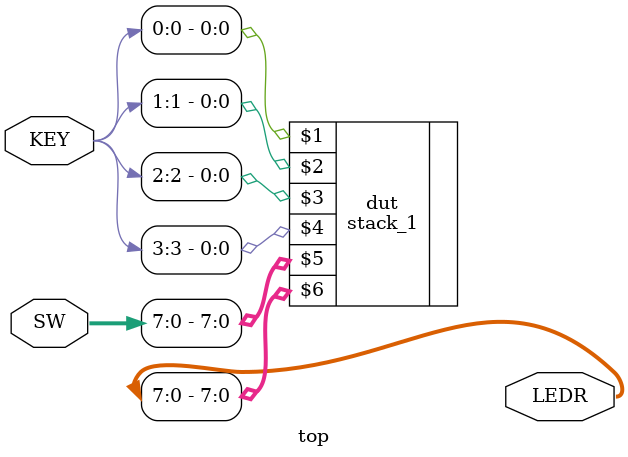
<source format=v>
module top (SW, KEY, LEDR);

    input wire [9:0] SW;        // DE-series switches
    input wire [3:0] KEY;       // DE-series pushbuttons

    output wire [9:0] LEDR;     // DE-series LEDs   

    stack_1 dut (KEY[0], KEY[1], KEY[2], KEY[3], SW[7:0], LEDR[7:0]);
 
endmodule


</source>
